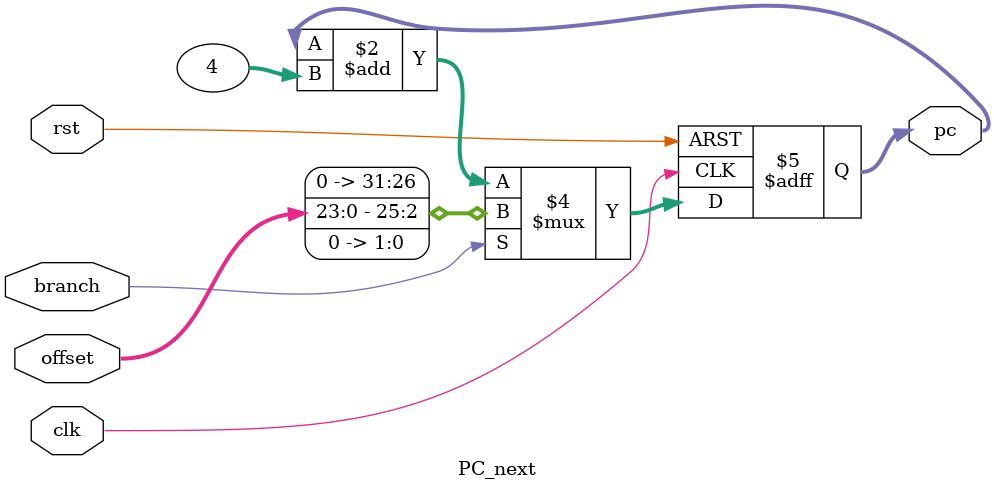
<source format=v>
`timescale 1ns / 1ps
`default_nettype none

//////////////////////////////////////////////////////////////////////////////////
// The program counter module to change the program counter
module PC_next(input wire clk,input wire [25:0] offset,input wire branch, output reg [31:0] pc,input wire rst);
	reg [31:0] pc_next;
	reg [31:0] pc_non_jump;
	reg [31:0] pc_jump;
	reg [2:0] pc_prev;
	reg [2:0] pc_current;
	always @(posedge clk or posedge rst)
	begin
		if(rst)
		begin
			pc_next=3'b0;
			pc = 32'd0; 		// reset condition
			pc_prev=3'b0;
		end
		else
			begin
			 	// set next value of pc
				pc_non_jump = pc + 32'd4; 								// calculate pc for non-branching instructions
				pc_jump = {6'b0,(offset<<2)}; 	// calculate pc for branching instructions
				pc_next = (branch)? pc_jump: pc_non_jump; 
				pc = pc_next;
			end
	end
			// Select next pc value
endmodule

</source>
